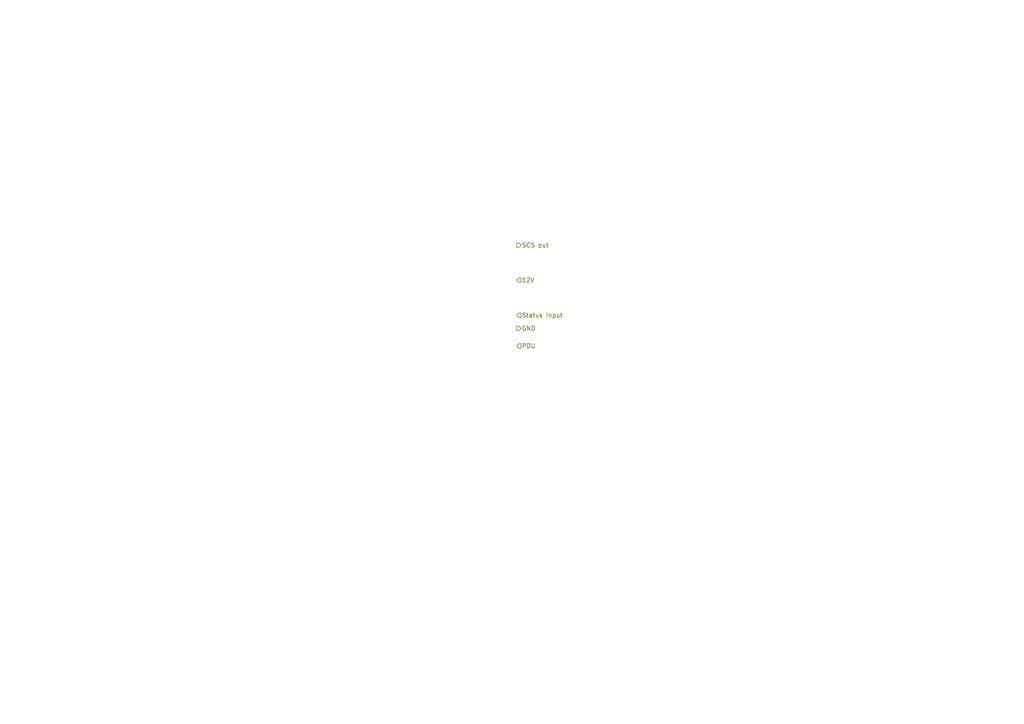
<source format=kicad_sch>
(kicad_sch
	(version 20231120)
	(generator "eeschema")
	(generator_version "8.0")
	(uuid "b3b84284-6e1e-4d1a-91e0-fa35139fda03")
	(paper "A4")
	(lib_symbols)
	(hierarchical_label "Status Input"
		(shape input)
		(at 149.86 91.44 0)
		(fields_autoplaced yes)
		(effects
			(font
				(size 1.27 1.27)
			)
			(justify left)
		)
		(uuid "5d39737d-7216-4695-9dca-d2e20c665a62")
	)
	(hierarchical_label "12V"
		(shape input)
		(at 149.86 81.28 0)
		(fields_autoplaced yes)
		(effects
			(font
				(size 1.27 1.27)
			)
			(justify left)
		)
		(uuid "9e778866-ddd9-4d26-9d8c-f626976b7bb3")
	)
	(hierarchical_label "SCS out"
		(shape output)
		(at 149.86 71.12 0)
		(fields_autoplaced yes)
		(effects
			(font
				(size 1.27 1.27)
			)
			(justify left)
		)
		(uuid "d40784f3-36ab-45f3-8e1d-73a87b73322b")
	)
	(hierarchical_label "GND"
		(shape output)
		(at 149.86 95.25 0)
		(fields_autoplaced yes)
		(effects
			(font
				(size 1.27 1.27)
			)
			(justify left)
		)
		(uuid "f8aa44d2-8832-46f1-8af2-9d40cada6654")
	)
	(hierarchical_label "PDU"
		(shape input)
		(at 149.86 100.33 0)
		(fields_autoplaced yes)
		(effects
			(font
				(size 1.27 1.27)
			)
			(justify left)
		)
		(uuid "fc517c88-c3ba-4cf4-959a-a5a86634d789")
	)
)

</source>
